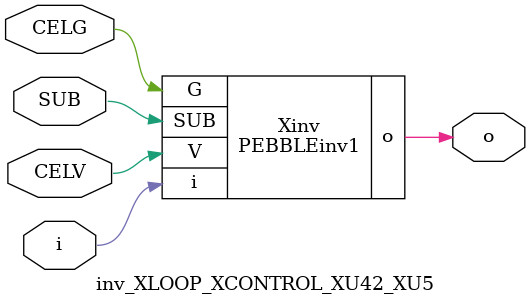
<source format=v>



module PEBBLEinv1 ( o, G, SUB, V, i );

  input V;
  input i;
  input G;
  output o;
  input SUB;
endmodule

//Celera Confidential Do Not Copy inv_XLOOP_XCONTROL_XU42_XU5
//Celera Confidential Symbol Generator
//5V Inverter
module inv_XLOOP_XCONTROL_XU42_XU5 (CELV,CELG,i,o,SUB);
input CELV;
input CELG;
input i;
input SUB;
output o;

//Celera Confidential Do Not Copy inv
PEBBLEinv1 Xinv(
.V (CELV),
.i (i),
.o (o),
.SUB (SUB),
.G (CELG)
);
//,diesize,PEBBLEinv1

//Celera Confidential Do Not Copy Module End
//Celera Schematic Generator
endmodule

</source>
